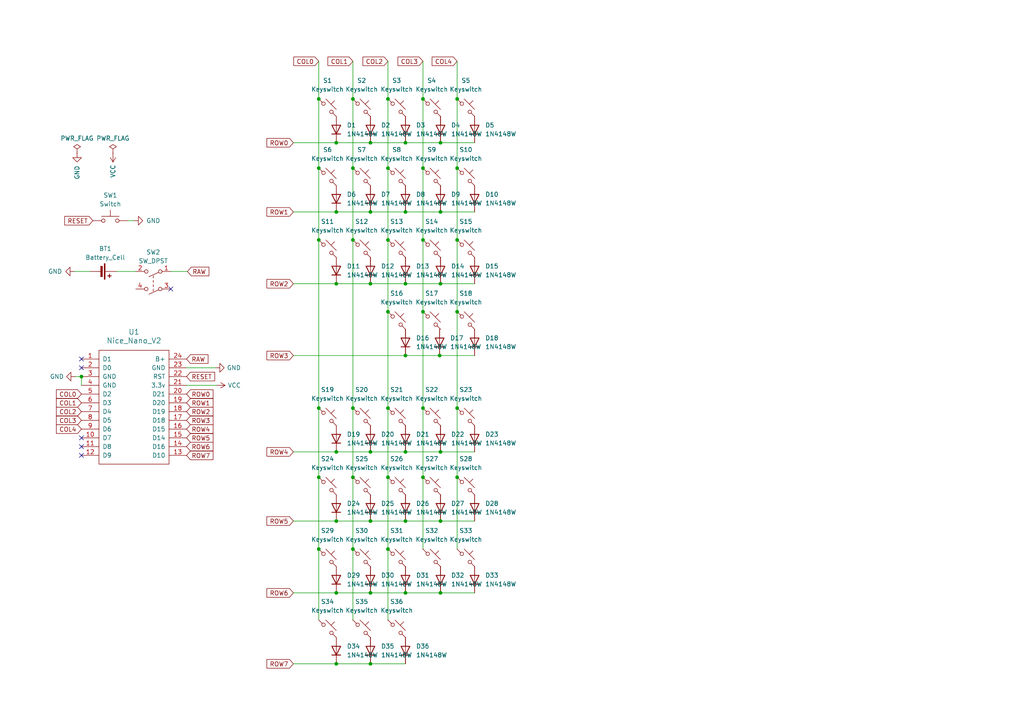
<source format=kicad_sch>
(kicad_sch (version 20231120) (generator "eeschema") (generator_version "8.0")
  (paper "A4")
  (lib_symbols
    (symbol "Device:Battery_Cell" (pin_numbers hide) (pin_names (offset 0) hide)
      (property "Reference" "BT" (at 2.54 2.54 0))
      (property "Value" "Battery_Cell" (at 2.54 0 0))
      (symbol "Battery_Cell_0_1"
        (rectangle (start -2.286 1.778) (end 2.286 1.524) (fill (type outline)))
        (rectangle (start -1.524 1.016) (end 1.524 0.508) (fill (type outline)))
        (polyline (pts (xy 0 0.762) (xy 0 0)))
        (polyline (pts (xy 0 1.778) (xy 0 2.54)))
        (polyline (pts (xy 0.762 3.048) (xy 1.778 3.048)) (stroke (width 0.254)))
        (polyline (pts (xy 1.27 3.556) (xy 1.27 2.54)) (stroke (width 0.254)))
      )
      (symbol "Battery_Cell_1_1"
        (pin passive line (at 0 5.08 270) (length 2.54) (name "+") (number "1"))
        (pin passive line (at 0 -2.54 90) (length 2.54) (name "-") (number "2"))
      )
    )
    (symbol "Diode:1N4148W" (pin_numbers hide) (pin_names hide)
      (property "Reference" "D" (at 0 2.54 0))
      (property "Value" "1N4148W" (at 0 -2.54 0))
      (symbol "1N4148W_0_1"
        (polyline (pts (xy -1.27 1.27) (xy -1.27 -1.27)) (stroke (width 0.254)))
        (polyline (pts (xy 1.27 0) (xy -1.27 0)))
        (polyline (pts (xy 1.27 1.27) (xy 1.27 -1.27) (xy -1.27 0) (xy 1.27 1.27)) (stroke (width 0.254)))
      )
      (symbol "1N4148W_1_1"
        (pin passive line (at -3.81 0 0) (length 2.54) (name "K") (number "1"))
        (pin passive line (at 3.81 0 180) (length 2.54) (name "A") (number "2"))
      )
    )
    (symbol "ScottoKeebs:MCU_Nice_Nano_V2" (pin_names (offset 1.016))
      (property "Reference" "U" (at 0 0 0))
      (property "Value" "Nice_Nano_V2" (at 0 -19.05 0))
      (symbol "MCU_Nice_Nano_V2_0_1"
        (rectangle (start -10.16 16.51) (end 10.16 -16.51))
      )
      (symbol "MCU_Nice_Nano_V2_1_1"
        (pin input line (at -15.24 13.97 0) (length 5.08) (name "D1") (number "1"))
        (pin input line (at -15.24 -8.89 0) (length 5.08) (name "D7") (number "10"))
        (pin input line (at -15.24 -11.43 0) (length 5.08) (name "D8") (number "11"))
        (pin input line (at -15.24 -13.97 0) (length 5.08) (name "D9") (number "12"))
        (pin input line (at 15.24 -13.97 180) (length 5.08) (name "D10") (number "13"))
        (pin input line (at 15.24 -11.43 180) (length 5.08) (name "D16") (number "14"))
        (pin input line (at 15.24 -8.89 180) (length 5.08) (name "D14") (number "15"))
        (pin input line (at 15.24 -6.35 180) (length 5.08) (name "D15") (number "16"))
        (pin input line (at 15.24 -3.81 180) (length 5.08) (name "D18") (number "17"))
        (pin input line (at 15.24 -1.27 180) (length 5.08) (name "D19") (number "18"))
        (pin input line (at 15.24 1.27 180) (length 5.08) (name "D20") (number "19"))
        (pin input line (at -15.24 11.43 0) (length 5.08) (name "D0") (number "2"))
        (pin input line (at 15.24 3.81 180) (length 5.08) (name "D21") (number "20"))
        (pin input line (at 15.24 6.35 180) (length 5.08) (name "3.3v") (number "21"))
        (pin input line (at 15.24 8.89 180) (length 5.08) (name "RST") (number "22"))
        (pin input line (at 15.24 11.43 180) (length 5.08) (name "GND") (number "23"))
        (pin input line (at 15.24 13.97 180) (length 5.08) (name "B+") (number "24"))
        (pin input line (at -15.24 8.89 0) (length 5.08) (name "GND") (number "3"))
        (pin input line (at -15.24 6.35 0) (length 5.08) (name "GND") (number "4"))
        (pin input line (at -15.24 3.81 0) (length 5.08) (name "D2") (number "5"))
        (pin input line (at -15.24 1.27 0) (length 5.08) (name "D3") (number "6"))
        (pin input line (at -15.24 -1.27 0) (length 5.08) (name "D4") (number "7"))
        (pin input line (at -15.24 -3.81 0) (length 5.08) (name "D5") (number "8"))
        (pin input line (at -15.24 -6.35 0) (length 5.08) (name "D6") (number "9"))
      )
    )
    (symbol "ScottoKeebs:Placeholder_Keyswitch" (pin_numbers hide) (pin_names (offset 1.016) hide)
      (property "Reference" "S" (at 3.048 1.016 0))
      (property "Value" "Keyswitch" (at 0 -3.81 0))
      (symbol "Placeholder_Keyswitch_0_1"
        (circle (center -1.1684 1.1684) (radius 0.508))
        (polyline (pts (xy -0.508 2.54) (xy 2.54 -0.508)))
        (polyline (pts (xy 1.016 1.016) (xy 2.032 2.032)))
        (polyline (pts (xy -2.54 2.54) (xy -1.524 1.524) (xy -1.524 1.524)))
        (polyline (pts (xy 1.524 -1.524) (xy 2.54 -2.54) (xy 2.54 -2.54) (xy 2.54 -2.54)))
        (circle (center 1.143 -1.1938) (radius 0.508))
        (pin passive line (at -2.54 2.54 0) (length 0) (name "1") (number "1"))
        (pin passive line (at 2.54 -2.54 180) (length 0) (name "2") (number "2"))
      )
    )
    (symbol "ScottoKeebs:Placeholder_Switch" (pin_numbers hide) (pin_names (offset 1.016) hide)
      (property "Reference" "SW" (at 1.27 2.54 0))
      (property "Value" "Switch" (at 0 -1.524 0))
      (symbol "Placeholder_Switch_0_1"
        (circle (center -2.032 0) (radius 0.508))
        (polyline (pts (xy 0 1.27) (xy 0 3.048)))
        (polyline (pts (xy 2.54 1.27) (xy -2.54 1.27)))
        (circle (center 2.032 0) (radius 0.508))
        (pin passive line (at -5.08 0 0) (length 2.54) (name "1") (number "1"))
        (pin passive line (at 5.08 0 180) (length 2.54) (name "2") (number "2"))
      )
    )
    (symbol "Switch:SW_DPST" (pin_names (offset 0) hide)
      (property "Reference" "SW" (at 0 5.08 0))
      (property "Value" "SW_DPST" (at 0 -5.08 0))
      (symbol "SW_DPST_0_0"
        (circle (center -2.032 -2.54) (radius 0.508))
        (circle (center -2.032 2.54) (radius 0.508))
        (polyline (pts (xy -1.524 -2.286) (xy 1.27 -1.016)))
        (polyline (pts (xy -1.524 2.794) (xy 1.27 4.064)))
        (polyline (pts (xy 0 -1.27) (xy 0 -0.635)))
        (polyline (pts (xy 0 0) (xy 0 0.635)))
        (polyline (pts (xy 0 1.27) (xy 0 1.905)))
        (polyline (pts (xy 0 2.54) (xy 0 3.175)))
        (circle (center 2.032 -2.54) (radius 0.508))
        (circle (center 2.032 2.54) (radius 0.508))
      )
      (symbol "SW_DPST_1_1"
        (pin passive line (at -5.08 -2.54 0) (length 2.54) (name "1") (number "1"))
        (pin passive line (at 5.08 -2.54 180) (length 2.54) (name "2") (number "2"))
        (pin passive line (at -5.08 2.54 0) (length 2.54) (name "3") (number "3"))
        (pin passive line (at 5.08 2.54 180) (length 2.54) (name "4") (number "4"))
      )
    )
    (symbol "power:GND" (power) (pin_names (offset 0))
      (property "Value" "GND" (at 0 -3.81 0))
      (symbol "GND_0_1"
        (polyline (pts (xy 0 0) (xy 0 -1.27) (xy 1.27 -1.27) (xy 0 -2.54) (xy -1.27 -1.27) (xy 0 -1.27)))
      )
      (symbol "GND_1_1"
        (pin power_in line (at 0 0 270) (length 0) hide (name "GND") (number "1"))
      )
    )
    (symbol "power:PWR_FLAG" (power) (pin_numbers hide) (pin_names (offset 0) hide)
      (property "Value" "PWR_FLAG" (at 0 3.81 0))
      (symbol "PWR_FLAG_0_0"
        (pin power_out line (at 0 0 90) (length 0) (name "pwr") (number "1"))
      )
      (symbol "PWR_FLAG_0_1"
        (polyline (pts (xy 0 0) (xy 0 1.27) (xy -1.016 1.905) (xy 0 2.54) (xy 1.016 1.905) (xy 0 1.27)))
      )
    )
    (symbol "power:VCC" (power) (pin_names (offset 0))
      (property "Value" "VCC" (at 0 3.81 0))
      (symbol "VCC_0_1"
        (polyline (pts (xy -0.762 1.27) (xy 0 2.54)))
        (polyline (pts (xy 0 0) (xy 0 2.54)))
        (polyline (pts (xy 0 2.54) (xy 0.762 1.27)))
      )
      (symbol "VCC_1_1"
        (pin power_in line (at 0 0 90) (length 0) hide (name "VCC") (number "1"))
      )
    )
  )
  (junction (at 97.536 151.13))
  (junction (at 107.442 61.468))
  (junction (at 117.602 131.064))
  (junction (at 107.442 171.958))
  (junction (at 23.622 109.22))
  (junction (at 132.588 28.702))
  (junction (at 97.536 131.064))
  (junction (at 102.362 48.768))
  (junction (at 112.522 69.596))
  (junction (at 97.536 41.402))
  (junction (at 122.682 90.424))
  (junction (at 92.456 138.43))
  (junction (at 97.536 171.958))
  (junction (at 92.456 48.768))
  (junction (at 112.522 138.43))
  (junction (at 127.762 131.064))
  (junction (at 132.588 138.43))
  (junction (at 92.456 118.364))
  (junction (at 112.522 90.424))
  (junction (at 97.536 82.296))
  (junction (at 132.588 48.768))
  (junction (at 92.456 69.596))
  (junction (at 97.536 192.532))
  (junction (at 92.456 28.702))
  (junction (at 127.508 103.124))
  (junction (at 102.362 118.364))
  (junction (at 102.362 159.258))
  (junction (at 117.602 151.13))
  (junction (at 102.362 69.596))
  (junction (at 107.442 131.064))
  (junction (at 97.536 61.468))
  (junction (at 102.362 138.43))
  (junction (at 132.588 90.424))
  (junction (at 132.588 69.596))
  (junction (at 112.522 159.258))
  (junction (at 122.682 118.364))
  (junction (at 112.522 48.768))
  (junction (at 112.522 118.364))
  (junction (at 107.442 82.296))
  (junction (at 127.762 171.958))
  (junction (at 127.762 61.468))
  (junction (at 122.682 69.596))
  (junction (at 122.682 28.702))
  (junction (at 117.602 41.402))
  (junction (at 117.602 61.468))
  (junction (at 127.762 151.13))
  (junction (at 122.682 48.768))
  (junction (at 117.602 103.124))
  (junction (at 92.456 159.258))
  (junction (at 132.588 118.364))
  (junction (at 107.442 41.402))
  (junction (at 112.522 28.702))
  (junction (at 107.442 151.13))
  (junction (at 102.362 28.702))
  (junction (at 117.602 82.296))
  (junction (at 127.762 82.296))
  (junction (at 127.762 41.402))
  (junction (at 117.602 171.958))
  (junction (at 107.442 192.532))
  (junction (at 122.682 138.43))
  (no_connect (at 23.622 106.68))
  (no_connect (at 49.53 83.82))
  (no_connect (at 23.622 132.08))
  (no_connect (at 23.622 129.54))
  (no_connect (at 23.622 127))
  (no_connect (at 23.622 104.14))
  (wire (pts (xy 117.602 103.124) (xy 127.508 103.124)))
  (wire (pts (xy 107.442 151.13) (xy 117.602 151.13)))
  (wire (pts (xy 62.738 111.76) (xy 54.102 111.76)))
  (wire (pts (xy 92.456 159.258) (xy 92.456 179.832)))
  (wire (pts (xy 85.09 82.296) (xy 97.536 82.296)))
  (wire (pts (xy 107.442 192.532) (xy 117.602 192.532)))
  (wire (pts (xy 62.484 106.68) (xy 54.102 106.68)))
  (wire (pts (xy 117.602 151.13) (xy 127.762 151.13)))
  (wire (pts (xy 117.602 41.402) (xy 127.762 41.402)))
  (wire (pts (xy 97.536 82.296) (xy 107.442 82.296)))
  (wire (pts (xy 127.762 82.296) (xy 137.668 82.296)))
  (wire (pts (xy 85.09 192.532) (xy 97.536 192.532)))
  (wire (pts (xy 122.682 138.43) (xy 122.682 159.258)))
  (wire (pts (xy 92.456 48.768) (xy 92.456 69.596)))
  (wire (pts (xy 117.602 61.468) (xy 127.762 61.468)))
  (wire (pts (xy 127.762 41.402) (xy 137.668 41.402)))
  (wire (pts (xy 102.362 17.78) (xy 102.362 28.702)))
  (wire (pts (xy 97.536 41.402) (xy 107.442 41.402)))
  (wire (pts (xy 21.844 109.22) (xy 23.622 109.22)))
  (wire (pts (xy 85.09 131.064) (xy 97.536 131.064)))
  (wire (pts (xy 112.522 159.258) (xy 112.522 179.832)))
  (wire (pts (xy 107.442 61.468) (xy 117.602 61.468)))
  (wire (pts (xy 92.456 28.702) (xy 92.456 48.768)))
  (wire (pts (xy 122.682 48.768) (xy 122.682 69.596)))
  (wire (pts (xy 49.53 78.74) (xy 54.356 78.74)))
  (wire (pts (xy 37.084 64.008) (xy 38.862 64.008)))
  (wire (pts (xy 97.536 61.468) (xy 107.442 61.468)))
  (wire (pts (xy 85.09 103.124) (xy 117.602 103.124)))
  (wire (pts (xy 127.508 103.124) (xy 137.668 103.124)))
  (wire (pts (xy 122.682 28.702) (xy 122.682 48.768)))
  (wire (pts (xy 107.442 131.064) (xy 117.602 131.064)))
  (wire (pts (xy 92.456 69.596) (xy 92.456 118.364)))
  (wire (pts (xy 102.362 179.832) (xy 102.362 159.258)))
  (wire (pts (xy 132.588 138.43) (xy 132.588 159.258)))
  (wire (pts (xy 102.362 69.596) (xy 102.362 48.768)))
  (wire (pts (xy 23.622 109.22) (xy 23.622 111.76)))
  (wire (pts (xy 85.09 41.402) (xy 97.536 41.402)))
  (wire (pts (xy 122.682 69.596) (xy 122.682 90.424)))
  (wire (pts (xy 132.588 28.702) (xy 132.588 48.768)))
  (wire (pts (xy 85.09 151.13) (xy 97.536 151.13)))
  (wire (pts (xy 122.682 118.364) (xy 122.682 138.43)))
  (wire (pts (xy 122.682 90.424) (xy 122.682 118.364)))
  (wire (pts (xy 107.442 82.296) (xy 117.602 82.296)))
  (wire (pts (xy 127.762 151.13) (xy 137.668 151.13)))
  (wire (pts (xy 85.09 171.958) (xy 97.536 171.958)))
  (wire (pts (xy 97.536 151.13) (xy 107.442 151.13)))
  (wire (pts (xy 122.682 17.78) (xy 122.682 28.702)))
  (wire (pts (xy 132.588 90.424) (xy 132.588 118.364)))
  (wire (pts (xy 92.456 17.78) (xy 92.456 28.702)))
  (wire (pts (xy 107.442 41.402) (xy 117.602 41.402)))
  (wire (pts (xy 112.522 118.364) (xy 112.522 138.43)))
  (wire (pts (xy 127.762 171.958) (xy 137.668 171.958)))
  (wire (pts (xy 112.522 69.596) (xy 112.522 90.424)))
  (wire (pts (xy 117.602 82.296) (xy 127.762 82.296)))
  (wire (pts (xy 97.536 131.064) (xy 107.442 131.064)))
  (wire (pts (xy 112.522 48.768) (xy 112.522 69.596)))
  (wire (pts (xy 132.588 17.78) (xy 132.588 28.702)))
  (wire (pts (xy 132.588 118.364) (xy 132.588 138.43)))
  (wire (pts (xy 127.762 61.468) (xy 137.668 61.468)))
  (wire (pts (xy 102.362 118.364) (xy 102.362 69.596)))
  (wire (pts (xy 85.09 61.468) (xy 97.536 61.468)))
  (wire (pts (xy 117.602 131.064) (xy 127.762 131.064)))
  (wire (pts (xy 112.522 28.702) (xy 112.522 48.768)))
  (wire (pts (xy 92.456 118.364) (xy 92.456 138.43)))
  (wire (pts (xy 102.362 159.258) (xy 102.362 138.43)))
  (wire (pts (xy 97.536 171.958) (xy 107.442 171.958)))
  (wire (pts (xy 117.602 171.958) (xy 127.762 171.958)))
  (wire (pts (xy 102.362 138.43) (xy 102.362 118.364)))
  (wire (pts (xy 33.782 78.74) (xy 39.37 78.74)))
  (wire (pts (xy 127.762 131.064) (xy 137.668 131.064)))
  (wire (pts (xy 132.588 48.768) (xy 132.588 69.596)))
  (wire (pts (xy 97.536 192.532) (xy 107.442 192.532)))
  (wire (pts (xy 102.362 48.768) (xy 102.362 28.702)))
  (wire (pts (xy 112.522 17.78) (xy 112.522 28.702)))
  (wire (pts (xy 21.59 78.74) (xy 26.162 78.74)))
  (wire (pts (xy 107.442 171.958) (xy 117.602 171.958)))
  (wire (pts (xy 132.588 69.596) (xy 132.588 90.424)))
  (wire (pts (xy 92.456 138.43) (xy 92.456 159.258)))
  (wire (pts (xy 112.522 138.43) (xy 112.522 159.258)))
  (wire (pts (xy 112.522 90.424) (xy 112.522 118.364)))
  (global_label "COL2" (shape input) (at 23.622 119.38 180) (property "Intersheetrefs" "${INTERSHEET_REFS}" (effects (hide yes))))
  (global_label "COL4" (shape input) (at 23.622 124.46 180) (property "Intersheetrefs" "${INTERSHEET_REFS}" (effects (hide yes))))
  (global_label "COL1" (shape input) (at 102.362 17.78 180) (property "Intersheetrefs" "${INTERSHEET_REFS}" (effects (hide yes))))
  (global_label "COL2" (shape input) (at 112.522 17.78 180) (property "Intersheetrefs" "${INTERSHEET_REFS}" (effects (hide yes))))
  (global_label "RAW" (shape input) (at 54.102 104.14 0) (property "Intersheetrefs" "${INTERSHEET_REFS}" (effects (hide yes))))
  (global_label "COL0" (shape input) (at 23.622 114.3 180) (property "Intersheetrefs" "${INTERSHEET_REFS}" (effects (hide yes))))
  (global_label "ROW7" (shape input) (at 54.102 132.08 0) (property "Intersheetrefs" "${INTERSHEET_REFS}" (effects (hide yes))))
  (global_label "ROW5" (shape input) (at 54.102 127 0) (property "Intersheetrefs" "${INTERSHEET_REFS}" (effects (hide yes))))
  (global_label "ROW4" (shape input) (at 54.102 124.46 0) (property "Intersheetrefs" "${INTERSHEET_REFS}" (effects (hide yes))))
  (global_label "RESET" (shape input) (at 54.102 109.22 0) (property "Intersheetrefs" "${INTERSHEET_REFS}" (effects (hide yes))))
  (global_label "ROW2" (shape input) (at 54.102 119.38 0) (property "Intersheetrefs" "${INTERSHEET_REFS}" (effects (hide yes))))
  (global_label "COL0" (shape input) (at 92.456 17.78 180) (property "Intersheetrefs" "${INTERSHEET_REFS}" (effects (hide yes))))
  (global_label "ROW1" (shape input) (at 54.102 116.84 0) (property "Intersheetrefs" "${INTERSHEET_REFS}" (effects (hide yes))))
  (global_label "ROW6" (shape input) (at 85.09 171.958 180) (property "Intersheetrefs" "${INTERSHEET_REFS}" (effects (hide yes))))
  (global_label "ROW1" (shape input) (at 85.09 61.468 180) (property "Intersheetrefs" "${INTERSHEET_REFS}" (effects (hide yes))))
  (global_label "ROW4" (shape input) (at 85.09 131.064 180) (property "Intersheetrefs" "${INTERSHEET_REFS}" (effects (hide yes))))
  (global_label "COL3" (shape input) (at 122.682 17.78 180) (property "Intersheetrefs" "${INTERSHEET_REFS}" (effects (hide yes))))
  (global_label "ROW5" (shape input) (at 85.09 151.13 180) (property "Intersheetrefs" "${INTERSHEET_REFS}" (effects (hide yes))))
  (global_label "COL3" (shape input) (at 23.622 121.92 180) (property "Intersheetrefs" "${INTERSHEET_REFS}" (effects (hide yes))))
  (global_label "ROW7" (shape input) (at 85.09 192.532 180) (property "Intersheetrefs" "${INTERSHEET_REFS}" (effects (hide yes))))
  (global_label "COL4" (shape input) (at 132.588 17.78 180) (property "Intersheetrefs" "${INTERSHEET_REFS}" (effects (hide yes))))
  (global_label "ROW3" (shape input) (at 54.102 121.92 0) (property "Intersheetrefs" "${INTERSHEET_REFS}" (effects (hide yes))))
  (global_label "ROW2" (shape input) (at 85.09 82.296 180) (property "Intersheetrefs" "${INTERSHEET_REFS}" (effects (hide yes))))
  (global_label "ROW3" (shape input) (at 85.09 103.124 180) (property "Intersheetrefs" "${INTERSHEET_REFS}" (effects (hide yes))))
  (global_label "ROW0" (shape input) (at 54.102 114.3 0) (property "Intersheetrefs" "${INTERSHEET_REFS}" (effects (hide yes))))
  (global_label "COL1" (shape input) (at 23.622 116.84 180) (property "Intersheetrefs" "${INTERSHEET_REFS}" (effects (hide yes))))
  (global_label "ROW6" (shape input) (at 54.102 129.54 0) (property "Intersheetrefs" "${INTERSHEET_REFS}" (effects (hide yes))))
  (global_label "RAW" (shape input) (at 54.356 78.74 0) (property "Intersheetrefs" "${INTERSHEET_REFS}" (effects (hide yes))))
  (global_label "ROW0" (shape input) (at 85.09 41.402 180) (property "Intersheetrefs" "${INTERSHEET_REFS}" (effects (hide yes))))
  (global_label "RESET" (shape input) (at 26.924 64.008 180) (property "Intersheetrefs" "${INTERSHEET_REFS}" (effects (hide yes))))
  (symbol (lib_id "ScottoKeebs:Placeholder_Keyswitch") (at 135.128 92.964 0) (unit 1)
    (property "Reference" "S18" (at 135.128 85.09 0))
    (property "Value" "Keyswitch" (at 135.128 87.63 0))
    (property "Footprint" "ScottoKeebs_Hotswap:Hotswap_MX_1.00u" (effects (hide yes)))
  )
  (symbol (lib_id "ScottoKeebs:Placeholder_Keyswitch") (at 94.996 140.97 0) (unit 1)
    (property "Reference" "S24" (at 94.996 133.096 0))
    (property "Value" "Keyswitch" (at 94.996 135.636 0))
    (property "Footprint" "ScottoKeebs_Hotswap:Hotswap_MX_1.00u" (effects (hide yes)))
  )
  (symbol (lib_id "Diode:1N4148W") (at 97.536 57.658 90) (unit 1)
    (property "Reference" "D6" (at 100.584 56.388 90) (effects (justify right)))
    (property "Value" "1N4148W" (at 100.584 58.928 90) (effects (justify right)))
    (property "Footprint" "Keebio-Parts:Diode-Hybrid-Back" (effects (hide yes)))
    (property "Datasheet" "https://www.vishay.com/docs/85748/1n4148w.pdf" (effects (hide yes)))
    (property "Sim.Device" "D" (effects (hide yes)))
    (property "Sim.Pins" "1=K 2=A" (effects (hide yes)))
  )
  (symbol (lib_id "Diode:1N4148W") (at 127.762 78.486 90) (unit 1)
    (property "Reference" "D14" (at 130.81 77.216 90) (effects (justify right)))
    (property "Value" "1N4148W" (at 130.81 79.756 90) (effects (justify right)))
    (property "Footprint" "Keebio-Parts:Diode-Hybrid-Back" (effects (hide yes)))
    (property "Datasheet" "https://www.vishay.com/docs/85748/1n4148w.pdf" (effects (hide yes)))
    (property "Sim.Device" "D" (effects (hide yes)))
    (property "Sim.Pins" "1=K 2=A" (effects (hide yes)))
  )
  (symbol (lib_id "Diode:1N4148W") (at 97.536 188.722 90) (unit 1)
    (property "Reference" "D34" (at 100.584 187.452 90) (effects (justify right)))
    (property "Value" "1N4148W" (at 100.584 189.992 90) (effects (justify right)))
    (property "Footprint" "Keebio-Parts:Diode-Hybrid-Back" (effects (hide yes)))
    (property "Datasheet" "https://www.vishay.com/docs/85748/1n4148w.pdf" (effects (hide yes)))
    (property "Sim.Device" "D" (effects (hide yes)))
    (property "Sim.Pins" "1=K 2=A" (effects (hide yes)))
  )
  (symbol (lib_id "ScottoKeebs:Placeholder_Keyswitch") (at 115.062 31.242 0) (unit 1)
    (property "Reference" "S3" (at 115.062 23.368 0))
    (property "Value" "Keyswitch" (at 115.062 25.908 0))
    (property "Footprint" "ScottoKeebs_Hotswap:Hotswap_MX_1.00u" (effects (hide yes)))
  )
  (symbol (lib_id "power:GND") (at 62.484 106.68 90) (unit 1)
    (property "Reference" "#PWR05" (effects (hide yes)))
    (property "Value" "GND" (at 65.786 106.68 90) (effects (justify right)))
  )
  (symbol (lib_id "power:GND") (at 21.844 109.22 270) (unit 1)
    (property "Reference" "#PWR06" (effects (hide yes)))
    (property "Value" "GND" (at 18.542 109.22 90) (effects (justify right)))
  )
  (symbol (lib_id "Diode:1N4148W") (at 127.762 147.32 90) (unit 1)
    (property "Reference" "D27" (at 130.81 146.05 90) (effects (justify right)))
    (property "Value" "1N4148W" (at 130.81 148.59 90) (effects (justify right)))
    (property "Footprint" "Keebio-Parts:Diode-Hybrid-Back" (effects (hide yes)))
    (property "Datasheet" "https://www.vishay.com/docs/85748/1n4148w.pdf" (effects (hide yes)))
    (property "Sim.Device" "D" (effects (hide yes)))
    (property "Sim.Pins" "1=K 2=A" (effects (hide yes)))
  )
  (symbol (lib_id "ScottoKeebs:Placeholder_Keyswitch") (at 135.128 31.242 0) (unit 1)
    (property "Reference" "S5" (at 135.128 23.368 0))
    (property "Value" "Keyswitch" (at 135.128 25.908 0))
    (property "Footprint" "ScottoKeebs_Hotswap:Hotswap_MX_1.00u" (effects (hide yes)))
  )
  (symbol (lib_id "Diode:1N4148W") (at 137.668 127.254 90) (unit 1)
    (property "Reference" "D23" (at 140.716 125.984 90) (effects (justify right)))
    (property "Value" "1N4148W" (at 140.716 128.524 90) (effects (justify right)))
    (property "Footprint" "Keebio-Parts:Diode-Hybrid-Back" (effects (hide yes)))
    (property "Datasheet" "https://www.vishay.com/docs/85748/1n4148w.pdf" (effects (hide yes)))
    (property "Sim.Device" "D" (effects (hide yes)))
    (property "Sim.Pins" "1=K 2=A" (effects (hide yes)))
  )
  (symbol (lib_id "ScottoKeebs:Placeholder_Keyswitch") (at 94.996 51.308 0) (unit 1)
    (property "Reference" "S6" (at 94.996 43.434 0))
    (property "Value" "Keyswitch" (at 94.996 45.974 0))
    (property "Footprint" "ScottoKeebs_Hotswap:Hotswap_MX_1.00u" (effects (hide yes)))
  )
  (symbol (lib_id "ScottoKeebs:Placeholder_Keyswitch") (at 125.222 72.136 0) (unit 1)
    (property "Reference" "S14" (at 125.222 64.262 0))
    (property "Value" "Keyswitch" (at 125.222 66.802 0))
    (property "Footprint" "ScottoKeebs_Hotswap:Hotswap_MX_1.00u" (effects (hide yes)))
  )
  (symbol (lib_id "Diode:1N4148W") (at 127.762 168.148 90) (unit 1)
    (property "Reference" "D32" (at 130.81 166.878 90) (effects (justify right)))
    (property "Value" "1N4148W" (at 130.81 169.418 90) (effects (justify right)))
    (property "Footprint" "Keebio-Parts:Diode-Hybrid-Back" (effects (hide yes)))
    (property "Datasheet" "https://www.vishay.com/docs/85748/1n4148w.pdf" (effects (hide yes)))
    (property "Sim.Device" "D" (effects (hide yes)))
    (property "Sim.Pins" "1=K 2=A" (effects (hide yes)))
  )
  (symbol (lib_id "ScottoKeebs:Placeholder_Keyswitch") (at 135.128 140.97 0) (unit 1)
    (property "Reference" "S28" (at 135.128 133.096 0))
    (property "Value" "Keyswitch" (at 135.128 135.636 0))
    (property "Footprint" "ScottoKeebs_Hotswap:Hotswap_MX_1.00u" (effects (hide yes)))
  )
  (symbol (lib_id "Diode:1N4148W") (at 107.442 57.658 90) (unit 1)
    (property "Reference" "D7" (at 110.49 56.388 90) (effects (justify right)))
    (property "Value" "1N4148W" (at 110.49 58.928 90) (effects (justify right)))
    (property "Footprint" "Keebio-Parts:Diode-Hybrid-Back" (effects (hide yes)))
    (property "Datasheet" "https://www.vishay.com/docs/85748/1n4148w.pdf" (effects (hide yes)))
    (property "Sim.Device" "D" (effects (hide yes)))
    (property "Sim.Pins" "1=K 2=A" (effects (hide yes)))
  )
  (symbol (lib_id "ScottoKeebs:Placeholder_Keyswitch") (at 135.128 120.904 0) (unit 1)
    (property "Reference" "S23" (at 135.128 113.03 0))
    (property "Value" "Keyswitch" (at 135.128 115.57 0))
    (property "Footprint" "ScottoKeebs_Hotswap:Hotswap_MX_1.00u" (effects (hide yes)))
  )
  (symbol (lib_id "Device:Battery_Cell") (at 28.702 78.74 270) (unit 1)
    (property "Reference" "BT1" (at 30.5435 72.136 90))
    (property "Value" "Battery_Cell" (at 30.5435 74.676 90))
    (property "Footprint" "Connector_PinHeader_2.00mm:PinHeader_1x02_P2.00mm_Vertical" (effects (hide yes)))
  )
  (symbol (lib_id "ScottoKeebs:Placeholder_Keyswitch") (at 104.902 120.904 0) (unit 1)
    (property "Reference" "S20" (at 104.902 113.03 0))
    (property "Value" "Keyswitch" (at 104.902 115.57 0))
    (property "Footprint" "ScottoKeebs_Hotswap:Hotswap_MX_1.00u" (effects (hide yes)))
  )
  (symbol (lib_id "ScottoKeebs:Placeholder_Keyswitch") (at 104.902 182.372 0) (unit 1)
    (property "Reference" "S35" (at 104.902 174.498 0))
    (property "Value" "Keyswitch" (at 104.902 177.038 0))
    (property "Footprint" "ScottoKeebs_Hotswap:Hotswap_MX_1.00u" (effects (hide yes)))
  )
  (symbol (lib_id "power:GND") (at 38.862 64.008 90) (unit 1)
    (property "Reference" "#PWR03" (effects (hide yes)))
    (property "Value" "GND" (at 42.418 64.008 90) (effects (justify right)))
  )
  (symbol (lib_id "ScottoKeebs:Placeholder_Keyswitch") (at 94.996 31.242 0) (unit 1)
    (property "Reference" "S1" (at 94.996 23.368 0))
    (property "Value" "Keyswitch" (at 94.996 25.908 0))
    (property "Footprint" "ScottoKeebs_Hotswap:Hotswap_MX_1.00u" (effects (hide yes)))
  )
  (symbol (lib_id "Diode:1N4148W") (at 107.442 168.148 90) (unit 1)
    (property "Reference" "D30" (at 110.49 166.878 90) (effects (justify right)))
    (property "Value" "1N4148W" (at 110.49 169.418 90) (effects (justify right)))
    (property "Footprint" "Keebio-Parts:Diode-Hybrid-Back" (effects (hide yes)))
    (property "Datasheet" "https://www.vishay.com/docs/85748/1n4148w.pdf" (effects (hide yes)))
    (property "Sim.Device" "D" (effects (hide yes)))
    (property "Sim.Pins" "1=K 2=A" (effects (hide yes)))
  )
  (symbol (lib_id "power:GND") (at 21.59 78.74 270) (unit 1)
    (property "Reference" "#PWR04" (effects (hide yes)))
    (property "Value" "GND" (at 18.034 78.74 90) (effects (justify right)))
  )
  (symbol (lib_id "Diode:1N4148W") (at 137.668 147.32 90) (unit 1)
    (property "Reference" "D28" (at 140.716 146.05 90) (effects (justify right)))
    (property "Value" "1N4148W" (at 140.716 148.59 90) (effects (justify right)))
    (property "Footprint" "Keebio-Parts:Diode-Hybrid-Back" (effects (hide yes)))
    (property "Datasheet" "https://www.vishay.com/docs/85748/1n4148w.pdf" (effects (hide yes)))
    (property "Sim.Device" "D" (effects (hide yes)))
    (property "Sim.Pins" "1=K 2=A" (effects (hide yes)))
  )
  (symbol (lib_id "power:VCC") (at 32.766 44.45 180) (unit 1)
    (property "Reference" "#PWR02" (effects (hide yes)))
    (property "Value" "VCC" (at 32.766 47.752 90) (effects (justify left)))
  )
  (symbol (lib_id "Diode:1N4148W") (at 97.536 78.486 90) (unit 1)
    (property "Reference" "D11" (at 100.584 77.216 90) (effects (justify right)))
    (property "Value" "1N4148W" (at 100.584 79.756 90) (effects (justify right)))
    (property "Footprint" "Keebio-Parts:Diode-Hybrid-Back" (effects (hide yes)))
    (property "Datasheet" "https://www.vishay.com/docs/85748/1n4148w.pdf" (effects (hide yes)))
    (property "Sim.Device" "D" (effects (hide yes)))
    (property "Sim.Pins" "1=K 2=A" (effects (hide yes)))
  )
  (symbol (lib_id "ScottoKeebs:Placeholder_Keyswitch") (at 104.902 140.97 0) (unit 1)
    (property "Reference" "S25" (at 104.902 133.096 0))
    (property "Value" "Keyswitch" (at 104.902 135.636 0))
    (property "Footprint" "ScottoKeebs_Hotswap:Hotswap_MX_1.00u" (effects (hide yes)))
  )
  (symbol (lib_id "Diode:1N4148W") (at 117.602 37.592 90) (unit 1)
    (property "Reference" "D3" (at 120.65 36.322 90) (effects (justify right)))
    (property "Value" "1N4148W" (at 120.65 38.862 90) (effects (justify right)))
    (property "Footprint" "Keebio-Parts:Diode-Hybrid-Back" (effects (hide yes)))
    (property "Datasheet" "https://www.vishay.com/docs/85748/1n4148w.pdf" (effects (hide yes)))
    (property "Sim.Device" "D" (effects (hide yes)))
    (property "Sim.Pins" "1=K 2=A" (effects (hide yes)))
  )
  (symbol (lib_id "ScottoKeebs:Placeholder_Keyswitch") (at 135.128 161.798 0) (unit 1)
    (property "Reference" "S33" (at 135.128 153.924 0))
    (property "Value" "Keyswitch" (at 135.128 156.464 0))
    (property "Footprint" "ScottoKeebs_Hotswap:Hotswap_MX_1.00u" (effects (hide yes)))
  )
  (symbol (lib_id "Diode:1N4148W") (at 127.762 127.254 90) (unit 1)
    (property "Reference" "D22" (at 130.81 125.984 90) (effects (justify right)))
    (property "Value" "1N4148W" (at 130.81 128.524 90) (effects (justify right)))
    (property "Footprint" "Keebio-Parts:Diode-Hybrid-Back" (effects (hide yes)))
    (property "Datasheet" "https://www.vishay.com/docs/85748/1n4148w.pdf" (effects (hide yes)))
    (property "Sim.Device" "D" (effects (hide yes)))
    (property "Sim.Pins" "1=K 2=A" (effects (hide yes)))
  )
  (symbol (lib_id "ScottoKeebs:Placeholder_Keyswitch") (at 125.222 92.964 0) (unit 1)
    (property "Reference" "S17" (at 125.222 85.09 0))
    (property "Value" "Keyswitch" (at 125.222 87.63 0))
    (property "Footprint" "ScottoKeebs_Hotswap:Hotswap_MX_1.00u" (effects (hide yes)))
  )
  (symbol (lib_id "ScottoKeebs:Placeholder_Keyswitch") (at 125.222 120.904 0) (unit 1)
    (property "Reference" "S22" (at 125.222 113.03 0))
    (property "Value" "Keyswitch" (at 125.222 115.57 0))
    (property "Footprint" "ScottoKeebs_Hotswap:Hotswap_MX_1.00u" (effects (hide yes)))
  )
  (symbol (lib_id "ScottoKeebs:Placeholder_Keyswitch") (at 125.222 31.242 0) (unit 1)
    (property "Reference" "S4" (at 125.222 23.368 0))
    (property "Value" "Keyswitch" (at 125.222 25.908 0))
    (property "Footprint" "ScottoKeebs_Hotswap:Hotswap_MX_1.00u" (effects (hide yes)))
  )
  (symbol (lib_id "power:PWR_FLAG") (at 22.352 44.45 0) (unit 1)
    (property "Reference" "#FLG01" (effects (hide yes)))
    (property "Value" "PWR_FLAG" (at 22.352 40.132 0))
  )
  (symbol (lib_id "Diode:1N4148W") (at 137.668 37.592 90) (unit 1)
    (property "Reference" "D5" (at 140.716 36.322 90) (effects (justify right)))
    (property "Value" "1N4148W" (at 140.716 38.862 90) (effects (justify right)))
    (property "Footprint" "Keebio-Parts:Diode-Hybrid-Back" (effects (hide yes)))
    (property "Datasheet" "https://www.vishay.com/docs/85748/1n4148w.pdf" (effects (hide yes)))
    (property "Sim.Device" "D" (effects (hide yes)))
    (property "Sim.Pins" "1=K 2=A" (effects (hide yes)))
  )
  (symbol (lib_id "power:GND") (at 22.352 44.45 0) (unit 1)
    (property "Reference" "#PWR01" (effects (hide yes)))
    (property "Value" "GND" (at 22.352 48.006 90) (effects (justify right)))
  )
  (symbol (lib_id "ScottoKeebs:Placeholder_Keyswitch") (at 94.996 72.136 0) (unit 1)
    (property "Reference" "S11" (at 94.996 64.262 0))
    (property "Value" "Keyswitch" (at 94.996 66.802 0))
    (property "Footprint" "ScottoKeebs_Hotswap:Hotswap_MX_1.00u" (effects (hide yes)))
  )
  (symbol (lib_id "ScottoKeebs:Placeholder_Keyswitch") (at 125.222 51.308 0) (unit 1)
    (property "Reference" "S9" (at 125.222 43.434 0))
    (property "Value" "Keyswitch" (at 125.222 45.974 0))
    (property "Footprint" "ScottoKeebs_Hotswap:Hotswap_MX_1.00u" (effects (hide yes)))
  )
  (symbol (lib_id "Diode:1N4148W") (at 137.668 78.486 90) (unit 1)
    (property "Reference" "D15" (at 140.716 77.216 90) (effects (justify right)))
    (property "Value" "1N4148W" (at 140.716 79.756 90) (effects (justify right)))
    (property "Footprint" "Keebio-Parts:Diode-Hybrid-Back" (effects (hide yes)))
    (property "Datasheet" "https://www.vishay.com/docs/85748/1n4148w.pdf" (effects (hide yes)))
    (property "Sim.Device" "D" (effects (hide yes)))
    (property "Sim.Pins" "1=K 2=A" (effects (hide yes)))
  )
  (symbol (lib_id "ScottoKeebs:Placeholder_Keyswitch") (at 115.062 140.97 0) (unit 1)
    (property "Reference" "S26" (at 115.062 133.096 0))
    (property "Value" "Keyswitch" (at 115.062 135.636 0))
    (property "Footprint" "ScottoKeebs_Hotswap:Hotswap_MX_1.00u" (effects (hide yes)))
  )
  (symbol (lib_id "Diode:1N4148W") (at 117.602 99.314 90) (unit 1)
    (property "Reference" "D16" (at 120.65 98.044 90) (effects (justify right)))
    (property "Value" "1N4148W" (at 120.65 100.584 90) (effects (justify right)))
    (property "Footprint" "Keebio-Parts:Diode-Hybrid-Back" (effects (hide yes)))
    (property "Datasheet" "https://www.vishay.com/docs/85748/1n4148w.pdf" (effects (hide yes)))
    (property "Sim.Device" "D" (effects (hide yes)))
    (property "Sim.Pins" "1=K 2=A" (effects (hide yes)))
  )
  (symbol (lib_id "ScottoKeebs:Placeholder_Keyswitch") (at 125.222 161.798 0) (unit 1)
    (property "Reference" "S32" (at 125.222 153.924 0))
    (property "Value" "Keyswitch" (at 125.222 156.464 0))
    (property "Footprint" "ScottoKeebs_Hotswap:Hotswap_MX_1.00u" (effects (hide yes)))
  )
  (symbol (lib_id "Diode:1N4148W") (at 137.668 57.658 90) (unit 1)
    (property "Reference" "D10" (at 140.716 56.388 90) (effects (justify right)))
    (property "Value" "1N4148W" (at 140.716 58.928 90) (effects (justify right)))
    (property "Footprint" "Keebio-Parts:Diode-Hybrid-Back" (effects (hide yes)))
    (property "Datasheet" "https://www.vishay.com/docs/85748/1n4148w.pdf" (effects (hide yes)))
    (property "Sim.Device" "D" (effects (hide yes)))
    (property "Sim.Pins" "1=K 2=A" (effects (hide yes)))
  )
  (symbol (lib_id "Diode:1N4148W") (at 97.536 37.592 90) (unit 1)
    (property "Reference" "D1" (at 100.584 36.322 90) (effects (justify right)))
    (property "Value" "1N4148W" (at 100.584 38.862 90) (effects (justify right)))
    (property "Footprint" "Keebio-Parts:Diode-Hybrid-Back" (effects (hide yes)))
    (property "Datasheet" "https://www.vishay.com/docs/85748/1n4148w.pdf" (effects (hide yes)))
    (property "Sim.Device" "D" (effects (hide yes)))
    (property "Sim.Pins" "1=K 2=A" (effects (hide yes)))
  )
  (symbol (lib_id "ScottoKeebs:Placeholder_Keyswitch") (at 135.128 72.136 0) (unit 1)
    (property "Reference" "S15" (at 135.128 64.262 0))
    (property "Value" "Keyswitch" (at 135.128 66.802 0))
    (property "Footprint" "ScottoKeebs_Hotswap:Hotswap_MX_1.00u" (effects (hide yes)))
  )
  (symbol (lib_id "ScottoKeebs:Placeholder_Switch") (at 32.004 64.008 0) (unit 1)
    (property "Reference" "SW1" (at 32.004 56.642 0))
    (property "Value" "Switch" (at 32.004 59.182 0))
    (property "Footprint" "Button_Switch_SMD:SW_SPST_TL3342" (effects (hide yes)))
  )
  (symbol (lib_id "Diode:1N4148W") (at 117.602 78.486 90) (unit 1)
    (property "Reference" "D13" (at 120.65 77.216 90) (effects (justify right)))
    (property "Value" "1N4148W" (at 120.65 79.756 90) (effects (justify right)))
    (property "Footprint" "Keebio-Parts:Diode-Hybrid-Back" (effects (hide yes)))
    (property "Datasheet" "https://www.vishay.com/docs/85748/1n4148w.pdf" (effects (hide yes)))
    (property "Sim.Device" "D" (effects (hide yes)))
    (property "Sim.Pins" "1=K 2=A" (effects (hide yes)))
  )
  (symbol (lib_id "Diode:1N4148W") (at 117.602 57.658 90) (unit 1)
    (property "Reference" "D8" (at 120.65 56.388 90) (effects (justify right)))
    (property "Value" "1N4148W" (at 120.65 58.928 90) (effects (justify right)))
    (property "Footprint" "Keebio-Parts:Diode-Hybrid-Back" (effects (hide yes)))
    (property "Datasheet" "https://www.vishay.com/docs/85748/1n4148w.pdf" (effects (hide yes)))
    (property "Sim.Device" "D" (effects (hide yes)))
    (property "Sim.Pins" "1=K 2=A" (effects (hide yes)))
  )
  (symbol (lib_id "ScottoKeebs:Placeholder_Keyswitch") (at 94.996 120.904 0) (unit 1)
    (property "Reference" "S19" (at 94.996 113.03 0))
    (property "Value" "Keyswitch" (at 94.996 115.57 0))
    (property "Footprint" "ScottoKeebs_Hotswap:Hotswap_MX_1.00u" (effects (hide yes)))
  )
  (symbol (lib_id "Diode:1N4148W") (at 107.442 78.486 90) (unit 1)
    (property "Reference" "D12" (at 110.49 77.216 90) (effects (justify right)))
    (property "Value" "1N4148W" (at 110.49 79.756 90) (effects (justify right)))
    (property "Footprint" "Keebio-Parts:Diode-Hybrid-Back" (effects (hide yes)))
    (property "Datasheet" "https://www.vishay.com/docs/85748/1n4148w.pdf" (effects (hide yes)))
    (property "Sim.Device" "D" (effects (hide yes)))
    (property "Sim.Pins" "1=K 2=A" (effects (hide yes)))
  )
  (symbol (lib_id "ScottoKeebs:Placeholder_Keyswitch") (at 104.902 72.136 0) (unit 1)
    (property "Reference" "S12" (at 104.902 64.262 0))
    (property "Value" "Keyswitch" (at 104.902 66.802 0))
    (property "Footprint" "ScottoKeebs_Hotswap:Hotswap_MX_1.00u" (effects (hide yes)))
  )
  (symbol (lib_id "Diode:1N4148W") (at 117.602 127.254 90) (unit 1)
    (property "Reference" "D21" (at 120.65 125.984 90) (effects (justify right)))
    (property "Value" "1N4148W" (at 120.65 128.524 90) (effects (justify right)))
    (property "Footprint" "Keebio-Parts:Diode-Hybrid-Back" (effects (hide yes)))
    (property "Datasheet" "https://www.vishay.com/docs/85748/1n4148w.pdf" (effects (hide yes)))
    (property "Sim.Device" "D" (effects (hide yes)))
    (property "Sim.Pins" "1=K 2=A" (effects (hide yes)))
  )
  (symbol (lib_id "power:VCC") (at 62.738 111.76 270) (unit 1)
    (property "Reference" "#PWR07" (effects (hide yes)))
    (property "Value" "VCC" (at 66.04 111.76 90) (effects (justify left)))
  )
  (symbol (lib_id "ScottoKeebs:MCU_Nice_Nano_V2") (at 38.862 118.11 0) (unit 1)
    (property "Reference" "U1" (at 38.862 96.266 0) (effects (font (size 1.524 1.524))))
    (property "Value" "Nice_Nano_V2" (at 38.862 98.806 0) (effects (font (size 1.524 1.524))))
    (property "Footprint" "ScottoKeebs_MCU:Nice_Nano_V2" (effects (hide yes)))
  )
  (symbol (lib_id "ScottoKeebs:Placeholder_Keyswitch") (at 125.222 140.97 0) (unit 1)
    (property "Reference" "S27" (at 125.222 133.096 0))
    (property "Value" "Keyswitch" (at 125.222 135.636 0))
    (property "Footprint" "ScottoKeebs_Hotswap:Hotswap_MX_1.00u" (effects (hide yes)))
  )
  (symbol (lib_id "Diode:1N4148W") (at 107.442 127.254 90) (unit 1)
    (property "Reference" "D20" (at 110.49 125.984 90) (effects (justify right)))
    (property "Value" "1N4148W" (at 110.49 128.524 90) (effects (justify right)))
    (property "Footprint" "Keebio-Parts:Diode-Hybrid-Back" (effects (hide yes)))
    (property "Datasheet" "https://www.vishay.com/docs/85748/1n4148w.pdf" (effects (hide yes)))
    (property "Sim.Device" "D" (effects (hide yes)))
    (property "Sim.Pins" "1=K 2=A" (effects (hide yes)))
  )
  (symbol (lib_id "Diode:1N4148W") (at 127.762 37.592 90) (unit 1)
    (property "Reference" "D4" (at 130.81 36.322 90) (effects (justify right)))
    (property "Value" "1N4148W" (at 130.81 38.862 90) (effects (justify right)))
    (property "Footprint" "Keebio-Parts:Diode-Hybrid-Back" (effects (hide yes)))
    (property "Datasheet" "https://www.vishay.com/docs/85748/1n4148w.pdf" (effects (hide yes)))
    (property "Sim.Device" "D" (effects (hide yes)))
    (property "Sim.Pins" "1=K 2=A" (effects (hide yes)))
  )
  (symbol (lib_id "Diode:1N4148W") (at 117.602 168.148 90) (unit 1)
    (property "Reference" "D31" (at 120.65 166.878 90) (effects (justify right)))
    (property "Value" "1N4148W" (at 120.65 169.418 90) (effects (justify right)))
    (property "Footprint" "Keebio-Parts:Diode-Hybrid-Back" (effects (hide yes)))
    (property "Datasheet" "https://www.vishay.com/docs/85748/1n4148w.pdf" (effects (hide yes)))
    (property "Sim.Device" "D" (effects (hide yes)))
    (property "Sim.Pins" "1=K 2=A" (effects (hide yes)))
  )
  (symbol (lib_id "Diode:1N4148W") (at 137.668 99.314 90) (unit 1)
    (property "Reference" "D18" (at 140.716 98.044 90) (effects (justify right)))
    (property "Value" "1N4148W" (at 140.716 100.584 90) (effects (justify right)))
    (property "Footprint" "Keebio-Parts:Diode-Hybrid-Back" (effects (hide yes)))
    (property "Datasheet" "https://www.vishay.com/docs/85748/1n4148w.pdf" (effects (hide yes)))
    (property "Sim.Device" "D" (effects (hide yes)))
    (property "Sim.Pins" "1=K 2=A" (effects (hide yes)))
  )
  (symbol (lib_id "ScottoKeebs:Placeholder_Keyswitch") (at 94.996 182.372 0) (unit 1)
    (property "Reference" "S34" (at 94.996 174.498 0))
    (property "Value" "Keyswitch" (at 94.996 177.038 0))
    (property "Footprint" "ScottoKeebs_Hotswap:Hotswap_MX_1.00u" (effects (hide yes)))
  )
  (symbol (lib_id "ScottoKeebs:Placeholder_Keyswitch") (at 104.902 161.798 0) (unit 1)
    (property "Reference" "S30" (at 104.902 153.924 0))
    (property "Value" "Keyswitch" (at 104.902 156.464 0))
    (property "Footprint" "ScottoKeebs_Hotswap:Hotswap_MX_1.00u" (effects (hide yes)))
  )
  (symbol (lib_id "Diode:1N4148W") (at 117.602 188.722 90) (unit 1)
    (property "Reference" "D36" (at 120.65 187.452 90) (effects (justify right)))
    (property "Value" "1N4148W" (at 120.65 189.992 90) (effects (justify right)))
    (property "Footprint" "Keebio-Parts:Diode-Hybrid-Back" (effects (hide yes)))
    (property "Datasheet" "https://www.vishay.com/docs/85748/1n4148w.pdf" (effects (hide yes)))
    (property "Sim.Device" "D" (effects (hide yes)))
    (property "Sim.Pins" "1=K 2=A" (effects (hide yes)))
  )
  (symbol (lib_id "ScottoKeebs:Placeholder_Keyswitch") (at 94.996 161.798 0) (unit 1)
    (property "Reference" "S29" (at 94.996 153.924 0))
    (property "Value" "Keyswitch" (at 94.996 156.464 0))
    (property "Footprint" "ScottoKeebs_Hotswap:Hotswap_MX_1.00u" (effects (hide yes)))
  )
  (symbol (lib_id "ScottoKeebs:Placeholder_Keyswitch") (at 135.128 51.308 0) (unit 1)
    (property "Reference" "S10" (at 135.128 43.434 0))
    (property "Value" "Keyswitch" (at 135.128 45.974 0))
    (property "Footprint" "ScottoKeebs_Hotswap:Hotswap_MX_1.00u" (effects (hide yes)))
  )
  (symbol (lib_id "ScottoKeebs:Placeholder_Keyswitch") (at 115.062 51.308 0) (unit 1)
    (property "Reference" "S8" (at 115.062 43.434 0))
    (property "Value" "Keyswitch" (at 115.062 45.974 0))
    (property "Footprint" "ScottoKeebs_Hotswap:Hotswap_MX_1.00u" (effects (hide yes)))
  )
  (symbol (lib_id "ScottoKeebs:Placeholder_Keyswitch") (at 104.902 31.242 0) (unit 1)
    (property "Reference" "S2" (at 104.902 23.368 0))
    (property "Value" "Keyswitch" (at 104.902 25.908 0))
    (property "Footprint" "ScottoKeebs_Hotswap:Hotswap_MX_1.00u" (effects (hide yes)))
  )
  (symbol (lib_id "Diode:1N4148W") (at 97.536 168.148 90) (unit 1)
    (property "Reference" "D29" (at 100.584 166.878 90) (effects (justify right)))
    (property "Value" "1N4148W" (at 100.584 169.418 90) (effects (justify right)))
    (property "Footprint" "Keebio-Parts:Diode-Hybrid-Back" (effects (hide yes)))
    (property "Datasheet" "https://www.vishay.com/docs/85748/1n4148w.pdf" (effects (hide yes)))
    (property "Sim.Device" "D" (effects (hide yes)))
    (property "Sim.Pins" "1=K 2=A" (effects (hide yes)))
  )
  (symbol (lib_id "Switch:SW_DPST") (at 44.45 81.28 180) (unit 1)
    (property "Reference" "SW2" (at 44.45 73.152 0))
    (property "Value" "SW_DPST" (at 44.45 75.692 0))
    (property "Footprint" "Button_Switch_SMD:SW_SPDT_PCM12" (effects (hide yes)))
  )
  (symbol (lib_id "Diode:1N4148W") (at 137.668 168.148 90) (unit 1)
    (property "Reference" "D33" (at 140.716 166.878 90) (effects (justify right)))
    (property "Value" "1N4148W" (at 140.716 169.418 90) (effects (justify right)))
    (property "Footprint" "Keebio-Parts:Diode-Hybrid-Back" (effects (hide yes)))
    (property "Datasheet" "https://www.vishay.com/docs/85748/1n4148w.pdf" (effects (hide yes)))
    (property "Sim.Device" "D" (effects (hide yes)))
    (property "Sim.Pins" "1=K 2=A" (effects (hide yes)))
  )
  (symbol (lib_id "Diode:1N4148W") (at 107.442 37.592 90) (unit 1)
    (property "Reference" "D2" (at 110.49 36.322 90) (effects (justify right)))
    (property "Value" "1N4148W" (at 110.49 38.862 90) (effects (justify right)))
    (property "Footprint" "Keebio-Parts:Diode-Hybrid-Back" (effects (hide yes)))
    (property "Datasheet" "https://www.vishay.com/docs/85748/1n4148w.pdf" (effects (hide yes)))
    (property "Sim.Device" "D" (effects (hide yes)))
    (property "Sim.Pins" "1=K 2=A" (effects (hide yes)))
  )
  (symbol (lib_id "ScottoKeebs:Placeholder_Keyswitch") (at 115.062 72.136 0) (unit 1)
    (property "Reference" "S13" (at 115.062 64.262 0))
    (property "Value" "Keyswitch" (at 115.062 66.802 0))
    (property "Footprint" "ScottoKeebs_Hotswap:Hotswap_MX_1.00u" (effects (hide yes)))
  )
  (symbol (lib_id "Diode:1N4148W") (at 97.536 147.32 90) (unit 1)
    (property "Reference" "D24" (at 100.584 146.05 90) (effects (justify right)))
    (property "Value" "1N4148W" (at 100.584 148.59 90) (effects (justify right)))
    (property "Footprint" "Keebio-Parts:Diode-Hybrid-Back" (effects (hide yes)))
    (property "Datasheet" "https://www.vishay.com/docs/85748/1n4148w.pdf" (effects (hide yes)))
    (property "Sim.Device" "D" (effects (hide yes)))
    (property "Sim.Pins" "1=K 2=A" (effects (hide yes)))
  )
  (symbol (lib_id "Diode:1N4148W") (at 127.762 57.658 90) (unit 1)
    (property "Reference" "D9" (at 130.81 56.388 90) (effects (justify right)))
    (property "Value" "1N4148W" (at 130.81 58.928 90) (effects (justify right)))
    (property "Footprint" "Keebio-Parts:Diode-Hybrid-Back" (effects (hide yes)))
    (property "Datasheet" "https://www.vishay.com/docs/85748/1n4148w.pdf" (effects (hide yes)))
    (property "Sim.Device" "D" (effects (hide yes)))
    (property "Sim.Pins" "1=K 2=A" (effects (hide yes)))
  )
  (symbol (lib_id "Diode:1N4148W") (at 127.508 99.314 90) (unit 1)
    (property "Reference" "D17" (at 130.556 98.044 90) (effects (justify right)))
    (property "Value" "1N4148W" (at 130.556 100.584 90) (effects (justify right)))
    (property "Footprint" "Keebio-Parts:Diode-Hybrid-Back" (effects (hide yes)))
    (property "Datasheet" "https://www.vishay.com/docs/85748/1n4148w.pdf" (effects (hide yes)))
    (property "Sim.Device" "D" (effects (hide yes)))
    (property "Sim.Pins" "1=K 2=A" (effects (hide yes)))
  )
  (symbol (lib_id "Diode:1N4148W") (at 107.442 188.722 90) (unit 1)
    (property "Reference" "D35" (at 110.49 187.452 90) (effects (justify right)))
    (property "Value" "1N4148W" (at 110.49 189.992 90) (effects (justify right)))
    (property "Footprint" "Keebio-Parts:Diode-Hybrid-Back" (effects (hide yes)))
    (property "Datasheet" "https://www.vishay.com/docs/85748/1n4148w.pdf" (effects (hide yes)))
    (property "Sim.Device" "D" (effects (hide yes)))
    (property "Sim.Pins" "1=K 2=A" (effects (hide yes)))
  )
  (symbol (lib_id "ScottoKeebs:Placeholder_Keyswitch") (at 115.062 92.964 0) (unit 1)
    (property "Reference" "S16" (at 115.062 85.09 0))
    (property "Value" "Keyswitch" (at 115.062 87.63 0))
    (property "Footprint" "ScottoKeebs_Hotswap:Hotswap_MX_1.00u" (effects (hide yes)))
  )
  (symbol (lib_id "Diode:1N4148W") (at 97.536 127.254 90) (unit 1)
    (property "Reference" "D19" (at 100.584 125.984 90) (effects (justify right)))
    (property "Value" "1N4148W" (at 100.584 128.524 90) (effects (justify right)))
    (property "Footprint" "Keebio-Parts:Diode-Hybrid-Back" (effects (hide yes)))
    (property "Datasheet" "https://www.vishay.com/docs/85748/1n4148w.pdf" (effects (hide yes)))
    (property "Sim.Device" "D" (effects (hide yes)))
    (property "Sim.Pins" "1=K 2=A" (effects (hide yes)))
  )
  (symbol (lib_id "Diode:1N4148W") (at 117.602 147.32 90) (unit 1)
    (property "Reference" "D26" (at 120.65 146.05 90) (effects (justify right)))
    (property "Value" "1N4148W" (at 120.65 148.59 90) (effects (justify right)))
    (property "Footprint" "Keebio-Parts:Diode-Hybrid-Back" (effects (hide yes)))
    (property "Datasheet" "https://www.vishay.com/docs/85748/1n4148w.pdf" (effects (hide yes)))
    (property "Sim.Device" "D" (effects (hide yes)))
    (property "Sim.Pins" "1=K 2=A" (effects (hide yes)))
  )
  (symbol (lib_id "Diode:1N4148W") (at 107.442 147.32 90) (unit 1)
    (property "Reference" "D25" (at 110.49 146.05 90) (effects (justify right)))
    (property "Value" "1N4148W" (at 110.49 148.59 90) (effects (justify right)))
    (property "Footprint" "Keebio-Parts:Diode-Hybrid-Back" (effects (hide yes)))
    (property "Datasheet" "https://www.vishay.com/docs/85748/1n4148w.pdf" (effects (hide yes)))
    (property "Sim.Device" "D" (effects (hide yes)))
    (property "Sim.Pins" "1=K 2=A" (effects (hide yes)))
  )
  (symbol (lib_id "ScottoKeebs:Placeholder_Keyswitch") (at 104.902 51.308 0) (unit 1)
    (property "Reference" "S7" (at 104.902 43.434 0))
    (property "Value" "Keyswitch" (at 104.902 45.974 0))
    (property "Footprint" "ScottoKeebs_Hotswap:Hotswap_MX_1.00u" (effects (hide yes)))
  )
  (symbol (lib_id "power:PWR_FLAG") (at 32.766 44.45 0) (unit 1)
    (property "Reference" "#FLG02" (effects (hide yes)))
    (property "Value" "PWR_FLAG" (at 32.766 40.132 0))
  )
  (symbol (lib_id "ScottoKeebs:Placeholder_Keyswitch") (at 115.062 120.904 0) (unit 1)
    (property "Reference" "S21" (at 115.062 113.03 0))
    (property "Value" "Keyswitch" (at 115.062 115.57 0))
    (property "Footprint" "ScottoKeebs_Hotswap:Hotswap_MX_1.00u" (effects (hide yes)))
  )
  (symbol (lib_id "ScottoKeebs:Placeholder_Keyswitch") (at 115.062 161.798 0) (unit 1)
    (property "Reference" "S31" (at 115.062 153.924 0))
    (property "Value" "Keyswitch" (at 115.062 156.464 0))
    (property "Footprint" "ScottoKeebs_Hotswap:Hotswap_MX_1.00u" (effects (hide yes)))
  )
  (symbol (lib_id "ScottoKeebs:Placeholder_Keyswitch") (at 115.062 182.372 0) (unit 1)
    (property "Reference" "S36" (at 115.062 174.498 0))
    (property "Value" "Keyswitch" (at 115.062 177.038 0))
    (property "Footprint" "ScottoKeebs_Hotswap:Hotswap_MX_1.00u" (effects (hide yes)))
  )
)
</source>
